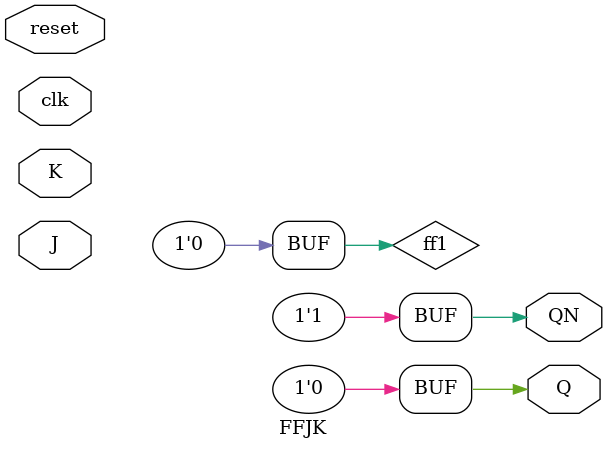
<source format=sv>
module FFJK (
    input clk,reset, J, K,
    output reg Q,QN
);

reg ff1;

  always @(reset) begin 
    ff1 <= 1'b0;
end


always @ (posedge clk) begin
  if (!reset) begin
        if (J==1 && K==0) begin
            ff1 <= 1'b1;
        end
        else if (J==0 && K==1) begin
            ff1 <= 1'b0;
        end
        else if (J==1 && K==1) begin 
            ff1 <= ~ff1;
        end
      	else begin
          	ff1 <= ff1;
        end
    end 
end

assign Q = ff1;
assign QN = ~ff1;

endmodule
</source>
